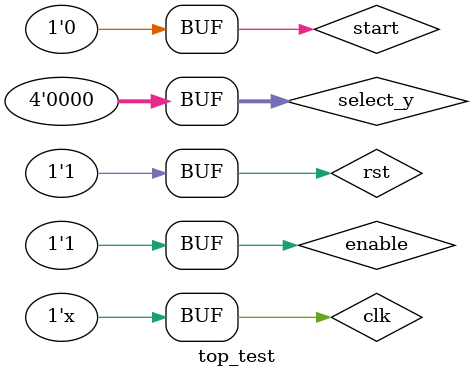
<source format=v>
`timescale 1ns / 1ps

module top_test;

	// Inputs
	reg clk;
	reg enable;
	reg start;
	reg rst;
	reg [3:0] select_y;

	// Outputs
	wire [15:0] y;

	// Instantiate the Unit Under Test (UUT)
	top uut (
		.clk(clk), 
		.enable(enable), 
		.start(start), 
		.rst(rst), 
		.select_y(select_y), 
		.y(y)
	);

	initial begin
		// Initialize Inputs
		clk = 0;
		enable = 0;
		start = 0;
		rst = 1;
		select_y = 0;

		// Wait 100 ns for global reset to finish
		#100;
        
		// Add stimulus here
		$display("pc :               id_ir                :reg_A :reg_B :reg_C\
: da  :  dd  : w : reC1 :  gr1  :  gr2  :  gr3   :zf :nf:cf");
		$monitor("%h : %b : %h : %h : %h : %h : %h : %b : %h : %h : %h : %h : %b : %b : %b", 
			uut.u_pcpu.pc, uut.u_pcpu.id_ir, uut.u_pcpu.reg_A, uut.u_pcpu.reg_B,
			uut.u_pcpu.reg_C, uut.d_addr, uut.d_dataout, uut.d_we, uut.u_pcpu.reg_C1,
			uut.u_pcpu.gr[1], uut.u_pcpu.gr[2], uut.u_pcpu.gr[3],
			uut.u_pcpu.zf, uut.u_pcpu.nf, uut.u_pcpu.cf);

		#10 rst <= 0;
		#10 rst <= 1;
		#10 enable <= 1;
		#10 start <=1;
		#10 start <= 0;
	end
	
	always #5
		clk = ~clk;
      
endmodule


</source>
